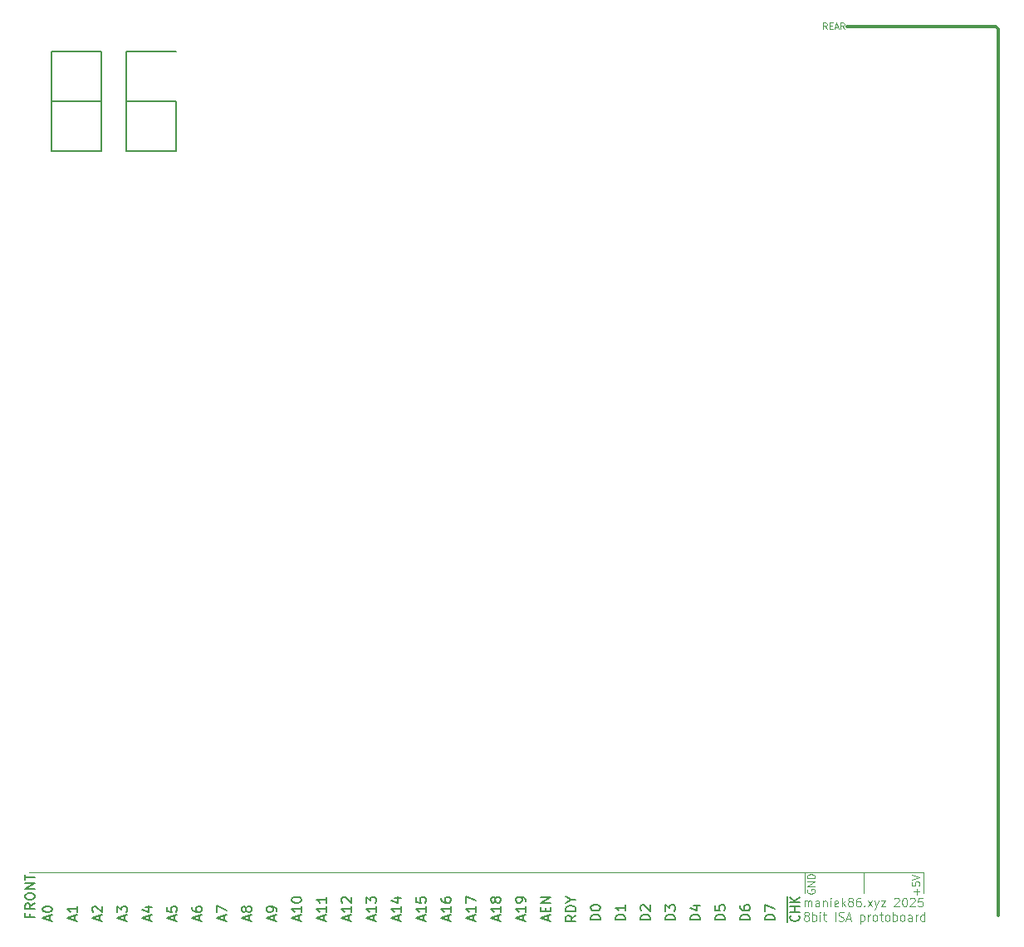
<source format=gbr>
%TF.GenerationSoftware,KiCad,Pcbnew,9.0.1+1*%
%TF.CreationDate,2025-06-01T22:03:51+02:00*%
%TF.ProjectId,isa_8bit_protoboard,6973615f-3862-4697-945f-70726f746f62,rev?*%
%TF.SameCoordinates,Original*%
%TF.FileFunction,Legend,Top*%
%TF.FilePolarity,Positive*%
%FSLAX46Y46*%
G04 Gerber Fmt 4.6, Leading zero omitted, Abs format (unit mm)*
G04 Created by KiCad (PCBNEW 9.0.1+1) date 2025-06-01 22:03:51*
%MOMM*%
%LPD*%
G01*
G04 APERTURE LIST*
%ADD10C,0.150000*%
%ADD11C,0.200000*%
%ADD12C,0.300000*%
%ADD13C,0.120000*%
%ADD14C,0.110000*%
G04 APERTURE END LIST*
D10*
X175795273Y-133585188D02*
X175842893Y-133628045D01*
X175842893Y-133628045D02*
X175890512Y-133756617D01*
X175890512Y-133756617D02*
X175890512Y-133842331D01*
X175890512Y-133842331D02*
X175842893Y-133970902D01*
X175842893Y-133970902D02*
X175747654Y-134056617D01*
X175747654Y-134056617D02*
X175652416Y-134099474D01*
X175652416Y-134099474D02*
X175461940Y-134142331D01*
X175461940Y-134142331D02*
X175319083Y-134142331D01*
X175319083Y-134142331D02*
X175128607Y-134099474D01*
X175128607Y-134099474D02*
X175033369Y-134056617D01*
X175033369Y-134056617D02*
X174938131Y-133970902D01*
X174938131Y-133970902D02*
X174890512Y-133842331D01*
X174890512Y-133842331D02*
X174890512Y-133756617D01*
X174890512Y-133756617D02*
X174938131Y-133628045D01*
X174938131Y-133628045D02*
X174985750Y-133585188D01*
X175890512Y-133199474D02*
X174890512Y-133199474D01*
X175366702Y-133199474D02*
X175366702Y-132685188D01*
X175890512Y-132685188D02*
X174890512Y-132685188D01*
X175890512Y-132256617D02*
X174890512Y-132256617D01*
X175890512Y-131742331D02*
X175319083Y-132128045D01*
X174890512Y-131742331D02*
X175461940Y-132256617D01*
X174612893Y-134223760D02*
X174612893Y-131660903D01*
D11*
X112268000Y-55626000D02*
X112268000Y-50546000D01*
X107188000Y-55626000D02*
X107188000Y-45466000D01*
X112268000Y-50546000D02*
X107188000Y-50546000D01*
X99568000Y-45466000D02*
X99568000Y-55626000D01*
X107188000Y-45466000D02*
X112268000Y-45466000D01*
X99568000Y-55626000D02*
X104648000Y-55626000D01*
X104648000Y-55626000D02*
X104648000Y-45466000D01*
X99568000Y-50546000D02*
X104648000Y-50546000D01*
X104648000Y-45466000D02*
X99568000Y-45466000D01*
X107188000Y-55626000D02*
X112268000Y-55626000D01*
D12*
X180721000Y-42926000D02*
X195834000Y-42926000D01*
D13*
X182372000Y-131318000D02*
X182372000Y-129794000D01*
X176403000Y-129159000D02*
X176403000Y-129921000D01*
D12*
X195834000Y-42926000D02*
X196088000Y-43180000D01*
D13*
X188468000Y-129794000D02*
X188468000Y-129159000D01*
X176403000Y-131318000D02*
X176403000Y-129794000D01*
X188468000Y-129159000D02*
X176276000Y-129159000D01*
D12*
X196088000Y-133604000D02*
X196088000Y-43180000D01*
D13*
X188468000Y-131318000D02*
X188468000Y-129794000D01*
X176276000Y-129159000D02*
X97282000Y-129159000D01*
X182372000Y-129794000D02*
X182372000Y-129159000D01*
D10*
X173351819Y-134029220D02*
X172351819Y-134029220D01*
X172351819Y-134029220D02*
X172351819Y-133791125D01*
X172351819Y-133791125D02*
X172399438Y-133648268D01*
X172399438Y-133648268D02*
X172494676Y-133553030D01*
X172494676Y-133553030D02*
X172589914Y-133505411D01*
X172589914Y-133505411D02*
X172780390Y-133457792D01*
X172780390Y-133457792D02*
X172923247Y-133457792D01*
X172923247Y-133457792D02*
X173113723Y-133505411D01*
X173113723Y-133505411D02*
X173208961Y-133553030D01*
X173208961Y-133553030D02*
X173304200Y-133648268D01*
X173304200Y-133648268D02*
X173351819Y-133791125D01*
X173351819Y-133791125D02*
X173351819Y-134029220D01*
X172351819Y-133124458D02*
X172351819Y-132457792D01*
X172351819Y-132457792D02*
X173351819Y-132886363D01*
D14*
X176680470Y-130928203D02*
X176642375Y-130999632D01*
X176642375Y-130999632D02*
X176642375Y-131106774D01*
X176642375Y-131106774D02*
X176680470Y-131213917D01*
X176680470Y-131213917D02*
X176756660Y-131285346D01*
X176756660Y-131285346D02*
X176832851Y-131321060D01*
X176832851Y-131321060D02*
X176985232Y-131356774D01*
X176985232Y-131356774D02*
X177099518Y-131356774D01*
X177099518Y-131356774D02*
X177251899Y-131321060D01*
X177251899Y-131321060D02*
X177328089Y-131285346D01*
X177328089Y-131285346D02*
X177404280Y-131213917D01*
X177404280Y-131213917D02*
X177442375Y-131106774D01*
X177442375Y-131106774D02*
X177442375Y-131035346D01*
X177442375Y-131035346D02*
X177404280Y-130928203D01*
X177404280Y-130928203D02*
X177366184Y-130892489D01*
X177366184Y-130892489D02*
X177099518Y-130892489D01*
X177099518Y-130892489D02*
X177099518Y-131035346D01*
X177442375Y-130571060D02*
X176642375Y-130571060D01*
X176642375Y-130571060D02*
X177442375Y-130142489D01*
X177442375Y-130142489D02*
X176642375Y-130142489D01*
X177442375Y-129785346D02*
X176642375Y-129785346D01*
X176642375Y-129785346D02*
X176642375Y-129606775D01*
X176642375Y-129606775D02*
X176680470Y-129499632D01*
X176680470Y-129499632D02*
X176756660Y-129428203D01*
X176756660Y-129428203D02*
X176832851Y-129392489D01*
X176832851Y-129392489D02*
X176985232Y-129356775D01*
X176985232Y-129356775D02*
X177099518Y-129356775D01*
X177099518Y-129356775D02*
X177251899Y-129392489D01*
X177251899Y-129392489D02*
X177328089Y-129428203D01*
X177328089Y-129428203D02*
X177404280Y-129499632D01*
X177404280Y-129499632D02*
X177442375Y-129606775D01*
X177442375Y-129606775D02*
X177442375Y-129785346D01*
D13*
X176373887Y-132682973D02*
X176373887Y-132082973D01*
X176373887Y-132168687D02*
X176414364Y-132125830D01*
X176414364Y-132125830D02*
X176495316Y-132082973D01*
X176495316Y-132082973D02*
X176616745Y-132082973D01*
X176616745Y-132082973D02*
X176697697Y-132125830D01*
X176697697Y-132125830D02*
X176738173Y-132211544D01*
X176738173Y-132211544D02*
X176738173Y-132682973D01*
X176738173Y-132211544D02*
X176778649Y-132125830D01*
X176778649Y-132125830D02*
X176859602Y-132082973D01*
X176859602Y-132082973D02*
X176981030Y-132082973D01*
X176981030Y-132082973D02*
X177061983Y-132125830D01*
X177061983Y-132125830D02*
X177102459Y-132211544D01*
X177102459Y-132211544D02*
X177102459Y-132682973D01*
X177871506Y-132682973D02*
X177871506Y-132211544D01*
X177871506Y-132211544D02*
X177831030Y-132125830D01*
X177831030Y-132125830D02*
X177750078Y-132082973D01*
X177750078Y-132082973D02*
X177588173Y-132082973D01*
X177588173Y-132082973D02*
X177507220Y-132125830D01*
X177871506Y-132640116D02*
X177790554Y-132682973D01*
X177790554Y-132682973D02*
X177588173Y-132682973D01*
X177588173Y-132682973D02*
X177507220Y-132640116D01*
X177507220Y-132640116D02*
X177466744Y-132554401D01*
X177466744Y-132554401D02*
X177466744Y-132468687D01*
X177466744Y-132468687D02*
X177507220Y-132382973D01*
X177507220Y-132382973D02*
X177588173Y-132340116D01*
X177588173Y-132340116D02*
X177790554Y-132340116D01*
X177790554Y-132340116D02*
X177871506Y-132297258D01*
X178276268Y-132082973D02*
X178276268Y-132682973D01*
X178276268Y-132168687D02*
X178316745Y-132125830D01*
X178316745Y-132125830D02*
X178397697Y-132082973D01*
X178397697Y-132082973D02*
X178519126Y-132082973D01*
X178519126Y-132082973D02*
X178600078Y-132125830D01*
X178600078Y-132125830D02*
X178640554Y-132211544D01*
X178640554Y-132211544D02*
X178640554Y-132682973D01*
X179045316Y-132682973D02*
X179045316Y-132082973D01*
X179045316Y-131782973D02*
X179004840Y-131825830D01*
X179004840Y-131825830D02*
X179045316Y-131868687D01*
X179045316Y-131868687D02*
X179085793Y-131825830D01*
X179085793Y-131825830D02*
X179045316Y-131782973D01*
X179045316Y-131782973D02*
X179045316Y-131868687D01*
X179773888Y-132640116D02*
X179692936Y-132682973D01*
X179692936Y-132682973D02*
X179531031Y-132682973D01*
X179531031Y-132682973D02*
X179450078Y-132640116D01*
X179450078Y-132640116D02*
X179409602Y-132554401D01*
X179409602Y-132554401D02*
X179409602Y-132211544D01*
X179409602Y-132211544D02*
X179450078Y-132125830D01*
X179450078Y-132125830D02*
X179531031Y-132082973D01*
X179531031Y-132082973D02*
X179692936Y-132082973D01*
X179692936Y-132082973D02*
X179773888Y-132125830D01*
X179773888Y-132125830D02*
X179814364Y-132211544D01*
X179814364Y-132211544D02*
X179814364Y-132297258D01*
X179814364Y-132297258D02*
X179409602Y-132382973D01*
X180178649Y-132682973D02*
X180178649Y-131782973D01*
X180259602Y-132340116D02*
X180502459Y-132682973D01*
X180502459Y-132082973D02*
X180178649Y-132425830D01*
X180988173Y-132168687D02*
X180907221Y-132125830D01*
X180907221Y-132125830D02*
X180866744Y-132082973D01*
X180866744Y-132082973D02*
X180826268Y-131997258D01*
X180826268Y-131997258D02*
X180826268Y-131954401D01*
X180826268Y-131954401D02*
X180866744Y-131868687D01*
X180866744Y-131868687D02*
X180907221Y-131825830D01*
X180907221Y-131825830D02*
X180988173Y-131782973D01*
X180988173Y-131782973D02*
X181150078Y-131782973D01*
X181150078Y-131782973D02*
X181231030Y-131825830D01*
X181231030Y-131825830D02*
X181271506Y-131868687D01*
X181271506Y-131868687D02*
X181311983Y-131954401D01*
X181311983Y-131954401D02*
X181311983Y-131997258D01*
X181311983Y-131997258D02*
X181271506Y-132082973D01*
X181271506Y-132082973D02*
X181231030Y-132125830D01*
X181231030Y-132125830D02*
X181150078Y-132168687D01*
X181150078Y-132168687D02*
X180988173Y-132168687D01*
X180988173Y-132168687D02*
X180907221Y-132211544D01*
X180907221Y-132211544D02*
X180866744Y-132254401D01*
X180866744Y-132254401D02*
X180826268Y-132340116D01*
X180826268Y-132340116D02*
X180826268Y-132511544D01*
X180826268Y-132511544D02*
X180866744Y-132597258D01*
X180866744Y-132597258D02*
X180907221Y-132640116D01*
X180907221Y-132640116D02*
X180988173Y-132682973D01*
X180988173Y-132682973D02*
X181150078Y-132682973D01*
X181150078Y-132682973D02*
X181231030Y-132640116D01*
X181231030Y-132640116D02*
X181271506Y-132597258D01*
X181271506Y-132597258D02*
X181311983Y-132511544D01*
X181311983Y-132511544D02*
X181311983Y-132340116D01*
X181311983Y-132340116D02*
X181271506Y-132254401D01*
X181271506Y-132254401D02*
X181231030Y-132211544D01*
X181231030Y-132211544D02*
X181150078Y-132168687D01*
X182040554Y-131782973D02*
X181878649Y-131782973D01*
X181878649Y-131782973D02*
X181797697Y-131825830D01*
X181797697Y-131825830D02*
X181757221Y-131868687D01*
X181757221Y-131868687D02*
X181676268Y-131997258D01*
X181676268Y-131997258D02*
X181635792Y-132168687D01*
X181635792Y-132168687D02*
X181635792Y-132511544D01*
X181635792Y-132511544D02*
X181676268Y-132597258D01*
X181676268Y-132597258D02*
X181716745Y-132640116D01*
X181716745Y-132640116D02*
X181797697Y-132682973D01*
X181797697Y-132682973D02*
X181959602Y-132682973D01*
X181959602Y-132682973D02*
X182040554Y-132640116D01*
X182040554Y-132640116D02*
X182081030Y-132597258D01*
X182081030Y-132597258D02*
X182121507Y-132511544D01*
X182121507Y-132511544D02*
X182121507Y-132297258D01*
X182121507Y-132297258D02*
X182081030Y-132211544D01*
X182081030Y-132211544D02*
X182040554Y-132168687D01*
X182040554Y-132168687D02*
X181959602Y-132125830D01*
X181959602Y-132125830D02*
X181797697Y-132125830D01*
X181797697Y-132125830D02*
X181716745Y-132168687D01*
X181716745Y-132168687D02*
X181676268Y-132211544D01*
X181676268Y-132211544D02*
X181635792Y-132297258D01*
X182485792Y-132597258D02*
X182526269Y-132640116D01*
X182526269Y-132640116D02*
X182485792Y-132682973D01*
X182485792Y-132682973D02*
X182445316Y-132640116D01*
X182445316Y-132640116D02*
X182485792Y-132597258D01*
X182485792Y-132597258D02*
X182485792Y-132682973D01*
X182809602Y-132682973D02*
X183254840Y-132082973D01*
X182809602Y-132082973D02*
X183254840Y-132682973D01*
X183497697Y-132082973D02*
X183700078Y-132682973D01*
X183902459Y-132082973D02*
X183700078Y-132682973D01*
X183700078Y-132682973D02*
X183619126Y-132897258D01*
X183619126Y-132897258D02*
X183578649Y-132940116D01*
X183578649Y-132940116D02*
X183497697Y-132982973D01*
X184145316Y-132082973D02*
X184590554Y-132082973D01*
X184590554Y-132082973D02*
X184145316Y-132682973D01*
X184145316Y-132682973D02*
X184590554Y-132682973D01*
X185521506Y-131868687D02*
X185561982Y-131825830D01*
X185561982Y-131825830D02*
X185642935Y-131782973D01*
X185642935Y-131782973D02*
X185845316Y-131782973D01*
X185845316Y-131782973D02*
X185926268Y-131825830D01*
X185926268Y-131825830D02*
X185966744Y-131868687D01*
X185966744Y-131868687D02*
X186007221Y-131954401D01*
X186007221Y-131954401D02*
X186007221Y-132040116D01*
X186007221Y-132040116D02*
X185966744Y-132168687D01*
X185966744Y-132168687D02*
X185481030Y-132682973D01*
X185481030Y-132682973D02*
X186007221Y-132682973D01*
X186533411Y-131782973D02*
X186614364Y-131782973D01*
X186614364Y-131782973D02*
X186695316Y-131825830D01*
X186695316Y-131825830D02*
X186735792Y-131868687D01*
X186735792Y-131868687D02*
X186776268Y-131954401D01*
X186776268Y-131954401D02*
X186816745Y-132125830D01*
X186816745Y-132125830D02*
X186816745Y-132340116D01*
X186816745Y-132340116D02*
X186776268Y-132511544D01*
X186776268Y-132511544D02*
X186735792Y-132597258D01*
X186735792Y-132597258D02*
X186695316Y-132640116D01*
X186695316Y-132640116D02*
X186614364Y-132682973D01*
X186614364Y-132682973D02*
X186533411Y-132682973D01*
X186533411Y-132682973D02*
X186452459Y-132640116D01*
X186452459Y-132640116D02*
X186411983Y-132597258D01*
X186411983Y-132597258D02*
X186371506Y-132511544D01*
X186371506Y-132511544D02*
X186331030Y-132340116D01*
X186331030Y-132340116D02*
X186331030Y-132125830D01*
X186331030Y-132125830D02*
X186371506Y-131954401D01*
X186371506Y-131954401D02*
X186411983Y-131868687D01*
X186411983Y-131868687D02*
X186452459Y-131825830D01*
X186452459Y-131825830D02*
X186533411Y-131782973D01*
X187140554Y-131868687D02*
X187181030Y-131825830D01*
X187181030Y-131825830D02*
X187261983Y-131782973D01*
X187261983Y-131782973D02*
X187464364Y-131782973D01*
X187464364Y-131782973D02*
X187545316Y-131825830D01*
X187545316Y-131825830D02*
X187585792Y-131868687D01*
X187585792Y-131868687D02*
X187626269Y-131954401D01*
X187626269Y-131954401D02*
X187626269Y-132040116D01*
X187626269Y-132040116D02*
X187585792Y-132168687D01*
X187585792Y-132168687D02*
X187100078Y-132682973D01*
X187100078Y-132682973D02*
X187626269Y-132682973D01*
X188395316Y-131782973D02*
X187990554Y-131782973D01*
X187990554Y-131782973D02*
X187950078Y-132211544D01*
X187950078Y-132211544D02*
X187990554Y-132168687D01*
X187990554Y-132168687D02*
X188071507Y-132125830D01*
X188071507Y-132125830D02*
X188273888Y-132125830D01*
X188273888Y-132125830D02*
X188354840Y-132168687D01*
X188354840Y-132168687D02*
X188395316Y-132211544D01*
X188395316Y-132211544D02*
X188435793Y-132297258D01*
X188435793Y-132297258D02*
X188435793Y-132511544D01*
X188435793Y-132511544D02*
X188395316Y-132597258D01*
X188395316Y-132597258D02*
X188354840Y-132640116D01*
X188354840Y-132640116D02*
X188273888Y-132682973D01*
X188273888Y-132682973D02*
X188071507Y-132682973D01*
X188071507Y-132682973D02*
X187990554Y-132640116D01*
X187990554Y-132640116D02*
X187950078Y-132597258D01*
X176495316Y-133617637D02*
X176414364Y-133574780D01*
X176414364Y-133574780D02*
X176373887Y-133531923D01*
X176373887Y-133531923D02*
X176333411Y-133446208D01*
X176333411Y-133446208D02*
X176333411Y-133403351D01*
X176333411Y-133403351D02*
X176373887Y-133317637D01*
X176373887Y-133317637D02*
X176414364Y-133274780D01*
X176414364Y-133274780D02*
X176495316Y-133231923D01*
X176495316Y-133231923D02*
X176657221Y-133231923D01*
X176657221Y-133231923D02*
X176738173Y-133274780D01*
X176738173Y-133274780D02*
X176778649Y-133317637D01*
X176778649Y-133317637D02*
X176819126Y-133403351D01*
X176819126Y-133403351D02*
X176819126Y-133446208D01*
X176819126Y-133446208D02*
X176778649Y-133531923D01*
X176778649Y-133531923D02*
X176738173Y-133574780D01*
X176738173Y-133574780D02*
X176657221Y-133617637D01*
X176657221Y-133617637D02*
X176495316Y-133617637D01*
X176495316Y-133617637D02*
X176414364Y-133660494D01*
X176414364Y-133660494D02*
X176373887Y-133703351D01*
X176373887Y-133703351D02*
X176333411Y-133789066D01*
X176333411Y-133789066D02*
X176333411Y-133960494D01*
X176333411Y-133960494D02*
X176373887Y-134046208D01*
X176373887Y-134046208D02*
X176414364Y-134089066D01*
X176414364Y-134089066D02*
X176495316Y-134131923D01*
X176495316Y-134131923D02*
X176657221Y-134131923D01*
X176657221Y-134131923D02*
X176738173Y-134089066D01*
X176738173Y-134089066D02*
X176778649Y-134046208D01*
X176778649Y-134046208D02*
X176819126Y-133960494D01*
X176819126Y-133960494D02*
X176819126Y-133789066D01*
X176819126Y-133789066D02*
X176778649Y-133703351D01*
X176778649Y-133703351D02*
X176738173Y-133660494D01*
X176738173Y-133660494D02*
X176657221Y-133617637D01*
X177183411Y-134131923D02*
X177183411Y-133231923D01*
X177183411Y-133574780D02*
X177264364Y-133531923D01*
X177264364Y-133531923D02*
X177426269Y-133531923D01*
X177426269Y-133531923D02*
X177507221Y-133574780D01*
X177507221Y-133574780D02*
X177547697Y-133617637D01*
X177547697Y-133617637D02*
X177588173Y-133703351D01*
X177588173Y-133703351D02*
X177588173Y-133960494D01*
X177588173Y-133960494D02*
X177547697Y-134046208D01*
X177547697Y-134046208D02*
X177507221Y-134089066D01*
X177507221Y-134089066D02*
X177426269Y-134131923D01*
X177426269Y-134131923D02*
X177264364Y-134131923D01*
X177264364Y-134131923D02*
X177183411Y-134089066D01*
X177952459Y-134131923D02*
X177952459Y-133531923D01*
X177952459Y-133231923D02*
X177911983Y-133274780D01*
X177911983Y-133274780D02*
X177952459Y-133317637D01*
X177952459Y-133317637D02*
X177992936Y-133274780D01*
X177992936Y-133274780D02*
X177952459Y-133231923D01*
X177952459Y-133231923D02*
X177952459Y-133317637D01*
X178235793Y-133531923D02*
X178559602Y-133531923D01*
X178357221Y-133231923D02*
X178357221Y-134003351D01*
X178357221Y-134003351D02*
X178397698Y-134089066D01*
X178397698Y-134089066D02*
X178478650Y-134131923D01*
X178478650Y-134131923D02*
X178559602Y-134131923D01*
X179490554Y-134131923D02*
X179490554Y-133231923D01*
X179854840Y-134089066D02*
X179976269Y-134131923D01*
X179976269Y-134131923D02*
X180178650Y-134131923D01*
X180178650Y-134131923D02*
X180259602Y-134089066D01*
X180259602Y-134089066D02*
X180300078Y-134046208D01*
X180300078Y-134046208D02*
X180340555Y-133960494D01*
X180340555Y-133960494D02*
X180340555Y-133874780D01*
X180340555Y-133874780D02*
X180300078Y-133789066D01*
X180300078Y-133789066D02*
X180259602Y-133746208D01*
X180259602Y-133746208D02*
X180178650Y-133703351D01*
X180178650Y-133703351D02*
X180016745Y-133660494D01*
X180016745Y-133660494D02*
X179935793Y-133617637D01*
X179935793Y-133617637D02*
X179895316Y-133574780D01*
X179895316Y-133574780D02*
X179854840Y-133489066D01*
X179854840Y-133489066D02*
X179854840Y-133403351D01*
X179854840Y-133403351D02*
X179895316Y-133317637D01*
X179895316Y-133317637D02*
X179935793Y-133274780D01*
X179935793Y-133274780D02*
X180016745Y-133231923D01*
X180016745Y-133231923D02*
X180219126Y-133231923D01*
X180219126Y-133231923D02*
X180340555Y-133274780D01*
X180664364Y-133874780D02*
X181069126Y-133874780D01*
X180583412Y-134131923D02*
X180866745Y-133231923D01*
X180866745Y-133231923D02*
X181150079Y-134131923D01*
X182081030Y-133531923D02*
X182081030Y-134431923D01*
X182081030Y-133574780D02*
X182161983Y-133531923D01*
X182161983Y-133531923D02*
X182323888Y-133531923D01*
X182323888Y-133531923D02*
X182404840Y-133574780D01*
X182404840Y-133574780D02*
X182445316Y-133617637D01*
X182445316Y-133617637D02*
X182485792Y-133703351D01*
X182485792Y-133703351D02*
X182485792Y-133960494D01*
X182485792Y-133960494D02*
X182445316Y-134046208D01*
X182445316Y-134046208D02*
X182404840Y-134089066D01*
X182404840Y-134089066D02*
X182323888Y-134131923D01*
X182323888Y-134131923D02*
X182161983Y-134131923D01*
X182161983Y-134131923D02*
X182081030Y-134089066D01*
X182850078Y-134131923D02*
X182850078Y-133531923D01*
X182850078Y-133703351D02*
X182890555Y-133617637D01*
X182890555Y-133617637D02*
X182931031Y-133574780D01*
X182931031Y-133574780D02*
X183011983Y-133531923D01*
X183011983Y-133531923D02*
X183092936Y-133531923D01*
X183497697Y-134131923D02*
X183416745Y-134089066D01*
X183416745Y-134089066D02*
X183376268Y-134046208D01*
X183376268Y-134046208D02*
X183335792Y-133960494D01*
X183335792Y-133960494D02*
X183335792Y-133703351D01*
X183335792Y-133703351D02*
X183376268Y-133617637D01*
X183376268Y-133617637D02*
X183416745Y-133574780D01*
X183416745Y-133574780D02*
X183497697Y-133531923D01*
X183497697Y-133531923D02*
X183619126Y-133531923D01*
X183619126Y-133531923D02*
X183700078Y-133574780D01*
X183700078Y-133574780D02*
X183740554Y-133617637D01*
X183740554Y-133617637D02*
X183781030Y-133703351D01*
X183781030Y-133703351D02*
X183781030Y-133960494D01*
X183781030Y-133960494D02*
X183740554Y-134046208D01*
X183740554Y-134046208D02*
X183700078Y-134089066D01*
X183700078Y-134089066D02*
X183619126Y-134131923D01*
X183619126Y-134131923D02*
X183497697Y-134131923D01*
X184023888Y-133531923D02*
X184347697Y-133531923D01*
X184145316Y-133231923D02*
X184145316Y-134003351D01*
X184145316Y-134003351D02*
X184185793Y-134089066D01*
X184185793Y-134089066D02*
X184266745Y-134131923D01*
X184266745Y-134131923D02*
X184347697Y-134131923D01*
X184752459Y-134131923D02*
X184671507Y-134089066D01*
X184671507Y-134089066D02*
X184631030Y-134046208D01*
X184631030Y-134046208D02*
X184590554Y-133960494D01*
X184590554Y-133960494D02*
X184590554Y-133703351D01*
X184590554Y-133703351D02*
X184631030Y-133617637D01*
X184631030Y-133617637D02*
X184671507Y-133574780D01*
X184671507Y-133574780D02*
X184752459Y-133531923D01*
X184752459Y-133531923D02*
X184873888Y-133531923D01*
X184873888Y-133531923D02*
X184954840Y-133574780D01*
X184954840Y-133574780D02*
X184995316Y-133617637D01*
X184995316Y-133617637D02*
X185035792Y-133703351D01*
X185035792Y-133703351D02*
X185035792Y-133960494D01*
X185035792Y-133960494D02*
X184995316Y-134046208D01*
X184995316Y-134046208D02*
X184954840Y-134089066D01*
X184954840Y-134089066D02*
X184873888Y-134131923D01*
X184873888Y-134131923D02*
X184752459Y-134131923D01*
X185400078Y-134131923D02*
X185400078Y-133231923D01*
X185400078Y-133574780D02*
X185481031Y-133531923D01*
X185481031Y-133531923D02*
X185642936Y-133531923D01*
X185642936Y-133531923D02*
X185723888Y-133574780D01*
X185723888Y-133574780D02*
X185764364Y-133617637D01*
X185764364Y-133617637D02*
X185804840Y-133703351D01*
X185804840Y-133703351D02*
X185804840Y-133960494D01*
X185804840Y-133960494D02*
X185764364Y-134046208D01*
X185764364Y-134046208D02*
X185723888Y-134089066D01*
X185723888Y-134089066D02*
X185642936Y-134131923D01*
X185642936Y-134131923D02*
X185481031Y-134131923D01*
X185481031Y-134131923D02*
X185400078Y-134089066D01*
X186290555Y-134131923D02*
X186209603Y-134089066D01*
X186209603Y-134089066D02*
X186169126Y-134046208D01*
X186169126Y-134046208D02*
X186128650Y-133960494D01*
X186128650Y-133960494D02*
X186128650Y-133703351D01*
X186128650Y-133703351D02*
X186169126Y-133617637D01*
X186169126Y-133617637D02*
X186209603Y-133574780D01*
X186209603Y-133574780D02*
X186290555Y-133531923D01*
X186290555Y-133531923D02*
X186411984Y-133531923D01*
X186411984Y-133531923D02*
X186492936Y-133574780D01*
X186492936Y-133574780D02*
X186533412Y-133617637D01*
X186533412Y-133617637D02*
X186573888Y-133703351D01*
X186573888Y-133703351D02*
X186573888Y-133960494D01*
X186573888Y-133960494D02*
X186533412Y-134046208D01*
X186533412Y-134046208D02*
X186492936Y-134089066D01*
X186492936Y-134089066D02*
X186411984Y-134131923D01*
X186411984Y-134131923D02*
X186290555Y-134131923D01*
X187302460Y-134131923D02*
X187302460Y-133660494D01*
X187302460Y-133660494D02*
X187261984Y-133574780D01*
X187261984Y-133574780D02*
X187181032Y-133531923D01*
X187181032Y-133531923D02*
X187019127Y-133531923D01*
X187019127Y-133531923D02*
X186938174Y-133574780D01*
X187302460Y-134089066D02*
X187221508Y-134131923D01*
X187221508Y-134131923D02*
X187019127Y-134131923D01*
X187019127Y-134131923D02*
X186938174Y-134089066D01*
X186938174Y-134089066D02*
X186897698Y-134003351D01*
X186897698Y-134003351D02*
X186897698Y-133917637D01*
X186897698Y-133917637D02*
X186938174Y-133831923D01*
X186938174Y-133831923D02*
X187019127Y-133789066D01*
X187019127Y-133789066D02*
X187221508Y-133789066D01*
X187221508Y-133789066D02*
X187302460Y-133746208D01*
X187707222Y-134131923D02*
X187707222Y-133531923D01*
X187707222Y-133703351D02*
X187747699Y-133617637D01*
X187747699Y-133617637D02*
X187788175Y-133574780D01*
X187788175Y-133574780D02*
X187869127Y-133531923D01*
X187869127Y-133531923D02*
X187950080Y-133531923D01*
X188597698Y-134131923D02*
X188597698Y-133231923D01*
X188597698Y-134089066D02*
X188516746Y-134131923D01*
X188516746Y-134131923D02*
X188354841Y-134131923D01*
X188354841Y-134131923D02*
X188273889Y-134089066D01*
X188273889Y-134089066D02*
X188233412Y-134046208D01*
X188233412Y-134046208D02*
X188192936Y-133960494D01*
X188192936Y-133960494D02*
X188192936Y-133703351D01*
X188192936Y-133703351D02*
X188233412Y-133617637D01*
X188233412Y-133617637D02*
X188273889Y-133574780D01*
X188273889Y-133574780D02*
X188354841Y-133531923D01*
X188354841Y-133531923D02*
X188516746Y-133531923D01*
X188516746Y-133531923D02*
X188597698Y-133574780D01*
D14*
X178652558Y-43152590D02*
X178435891Y-42843066D01*
X178281129Y-43152590D02*
X178281129Y-42502590D01*
X178281129Y-42502590D02*
X178528748Y-42502590D01*
X178528748Y-42502590D02*
X178590653Y-42533542D01*
X178590653Y-42533542D02*
X178621606Y-42564495D01*
X178621606Y-42564495D02*
X178652558Y-42626399D01*
X178652558Y-42626399D02*
X178652558Y-42719257D01*
X178652558Y-42719257D02*
X178621606Y-42781161D01*
X178621606Y-42781161D02*
X178590653Y-42812114D01*
X178590653Y-42812114D02*
X178528748Y-42843066D01*
X178528748Y-42843066D02*
X178281129Y-42843066D01*
X178931129Y-42812114D02*
X179147796Y-42812114D01*
X179240653Y-43152590D02*
X178931129Y-43152590D01*
X178931129Y-43152590D02*
X178931129Y-42502590D01*
X178931129Y-42502590D02*
X179240653Y-42502590D01*
X179488272Y-42966876D02*
X179797796Y-42966876D01*
X179426367Y-43152590D02*
X179643034Y-42502590D01*
X179643034Y-42502590D02*
X179859701Y-43152590D01*
X180447796Y-43152590D02*
X180231129Y-42843066D01*
X180076367Y-43152590D02*
X180076367Y-42502590D01*
X180076367Y-42502590D02*
X180323986Y-42502590D01*
X180323986Y-42502590D02*
X180385891Y-42533542D01*
X180385891Y-42533542D02*
X180416844Y-42564495D01*
X180416844Y-42564495D02*
X180447796Y-42626399D01*
X180447796Y-42626399D02*
X180447796Y-42719257D01*
X180447796Y-42719257D02*
X180416844Y-42781161D01*
X180416844Y-42781161D02*
X180385891Y-42812114D01*
X180385891Y-42812114D02*
X180323986Y-42843066D01*
X180323986Y-42843066D02*
X180076367Y-42843066D01*
D10*
X170811819Y-134029220D02*
X169811819Y-134029220D01*
X169811819Y-134029220D02*
X169811819Y-133791125D01*
X169811819Y-133791125D02*
X169859438Y-133648268D01*
X169859438Y-133648268D02*
X169954676Y-133553030D01*
X169954676Y-133553030D02*
X170049914Y-133505411D01*
X170049914Y-133505411D02*
X170240390Y-133457792D01*
X170240390Y-133457792D02*
X170383247Y-133457792D01*
X170383247Y-133457792D02*
X170573723Y-133505411D01*
X170573723Y-133505411D02*
X170668961Y-133553030D01*
X170668961Y-133553030D02*
X170764200Y-133648268D01*
X170764200Y-133648268D02*
X170811819Y-133791125D01*
X170811819Y-133791125D02*
X170811819Y-134029220D01*
X169811819Y-132600649D02*
X169811819Y-132791125D01*
X169811819Y-132791125D02*
X169859438Y-132886363D01*
X169859438Y-132886363D02*
X169907057Y-132933982D01*
X169907057Y-132933982D02*
X170049914Y-133029220D01*
X170049914Y-133029220D02*
X170240390Y-133076839D01*
X170240390Y-133076839D02*
X170621342Y-133076839D01*
X170621342Y-133076839D02*
X170716580Y-133029220D01*
X170716580Y-133029220D02*
X170764200Y-132981601D01*
X170764200Y-132981601D02*
X170811819Y-132886363D01*
X170811819Y-132886363D02*
X170811819Y-132695887D01*
X170811819Y-132695887D02*
X170764200Y-132600649D01*
X170764200Y-132600649D02*
X170716580Y-132553030D01*
X170716580Y-132553030D02*
X170621342Y-132505411D01*
X170621342Y-132505411D02*
X170383247Y-132505411D01*
X170383247Y-132505411D02*
X170288009Y-132553030D01*
X170288009Y-132553030D02*
X170240390Y-132600649D01*
X170240390Y-132600649D02*
X170192771Y-132695887D01*
X170192771Y-132695887D02*
X170192771Y-132886363D01*
X170192771Y-132886363D02*
X170240390Y-132981601D01*
X170240390Y-132981601D02*
X170288009Y-133029220D01*
X170288009Y-133029220D02*
X170383247Y-133076839D01*
X119726104Y-134076839D02*
X119726104Y-133600649D01*
X120011819Y-134172077D02*
X119011819Y-133838744D01*
X119011819Y-133838744D02*
X120011819Y-133505411D01*
X119440390Y-133029220D02*
X119392771Y-133124458D01*
X119392771Y-133124458D02*
X119345152Y-133172077D01*
X119345152Y-133172077D02*
X119249914Y-133219696D01*
X119249914Y-133219696D02*
X119202295Y-133219696D01*
X119202295Y-133219696D02*
X119107057Y-133172077D01*
X119107057Y-133172077D02*
X119059438Y-133124458D01*
X119059438Y-133124458D02*
X119011819Y-133029220D01*
X119011819Y-133029220D02*
X119011819Y-132838744D01*
X119011819Y-132838744D02*
X119059438Y-132743506D01*
X119059438Y-132743506D02*
X119107057Y-132695887D01*
X119107057Y-132695887D02*
X119202295Y-132648268D01*
X119202295Y-132648268D02*
X119249914Y-132648268D01*
X119249914Y-132648268D02*
X119345152Y-132695887D01*
X119345152Y-132695887D02*
X119392771Y-132743506D01*
X119392771Y-132743506D02*
X119440390Y-132838744D01*
X119440390Y-132838744D02*
X119440390Y-133029220D01*
X119440390Y-133029220D02*
X119488009Y-133124458D01*
X119488009Y-133124458D02*
X119535628Y-133172077D01*
X119535628Y-133172077D02*
X119630866Y-133219696D01*
X119630866Y-133219696D02*
X119821342Y-133219696D01*
X119821342Y-133219696D02*
X119916580Y-133172077D01*
X119916580Y-133172077D02*
X119964200Y-133124458D01*
X119964200Y-133124458D02*
X120011819Y-133029220D01*
X120011819Y-133029220D02*
X120011819Y-132838744D01*
X120011819Y-132838744D02*
X119964200Y-132743506D01*
X119964200Y-132743506D02*
X119916580Y-132695887D01*
X119916580Y-132695887D02*
X119821342Y-132648268D01*
X119821342Y-132648268D02*
X119630866Y-132648268D01*
X119630866Y-132648268D02*
X119535628Y-132695887D01*
X119535628Y-132695887D02*
X119488009Y-132743506D01*
X119488009Y-132743506D02*
X119440390Y-132838744D01*
X142586104Y-134076839D02*
X142586104Y-133600649D01*
X142871819Y-134172077D02*
X141871819Y-133838744D01*
X141871819Y-133838744D02*
X142871819Y-133505411D01*
X142871819Y-132648268D02*
X142871819Y-133219696D01*
X142871819Y-132933982D02*
X141871819Y-132933982D01*
X141871819Y-132933982D02*
X142014676Y-133029220D01*
X142014676Y-133029220D02*
X142109914Y-133124458D01*
X142109914Y-133124458D02*
X142157533Y-133219696D01*
X141871819Y-132314934D02*
X141871819Y-131648268D01*
X141871819Y-131648268D02*
X142871819Y-132076839D01*
X127346104Y-134076839D02*
X127346104Y-133600649D01*
X127631819Y-134172077D02*
X126631819Y-133838744D01*
X126631819Y-133838744D02*
X127631819Y-133505411D01*
X127631819Y-132648268D02*
X127631819Y-133219696D01*
X127631819Y-132933982D02*
X126631819Y-132933982D01*
X126631819Y-132933982D02*
X126774676Y-133029220D01*
X126774676Y-133029220D02*
X126869914Y-133124458D01*
X126869914Y-133124458D02*
X126917533Y-133219696D01*
X127631819Y-131695887D02*
X127631819Y-132267315D01*
X127631819Y-131981601D02*
X126631819Y-131981601D01*
X126631819Y-131981601D02*
X126774676Y-132076839D01*
X126774676Y-132076839D02*
X126869914Y-132172077D01*
X126869914Y-132172077D02*
X126917533Y-132267315D01*
X107026104Y-134076839D02*
X107026104Y-133600649D01*
X107311819Y-134172077D02*
X106311819Y-133838744D01*
X106311819Y-133838744D02*
X107311819Y-133505411D01*
X106311819Y-133267315D02*
X106311819Y-132648268D01*
X106311819Y-132648268D02*
X106692771Y-132981601D01*
X106692771Y-132981601D02*
X106692771Y-132838744D01*
X106692771Y-132838744D02*
X106740390Y-132743506D01*
X106740390Y-132743506D02*
X106788009Y-132695887D01*
X106788009Y-132695887D02*
X106883247Y-132648268D01*
X106883247Y-132648268D02*
X107121342Y-132648268D01*
X107121342Y-132648268D02*
X107216580Y-132695887D01*
X107216580Y-132695887D02*
X107264200Y-132743506D01*
X107264200Y-132743506D02*
X107311819Y-132838744D01*
X107311819Y-132838744D02*
X107311819Y-133124458D01*
X107311819Y-133124458D02*
X107264200Y-133219696D01*
X107264200Y-133219696D02*
X107216580Y-133267315D01*
X145126104Y-134076839D02*
X145126104Y-133600649D01*
X145411819Y-134172077D02*
X144411819Y-133838744D01*
X144411819Y-133838744D02*
X145411819Y-133505411D01*
X145411819Y-132648268D02*
X145411819Y-133219696D01*
X145411819Y-132933982D02*
X144411819Y-132933982D01*
X144411819Y-132933982D02*
X144554676Y-133029220D01*
X144554676Y-133029220D02*
X144649914Y-133124458D01*
X144649914Y-133124458D02*
X144697533Y-133219696D01*
X144840390Y-132076839D02*
X144792771Y-132172077D01*
X144792771Y-132172077D02*
X144745152Y-132219696D01*
X144745152Y-132219696D02*
X144649914Y-132267315D01*
X144649914Y-132267315D02*
X144602295Y-132267315D01*
X144602295Y-132267315D02*
X144507057Y-132219696D01*
X144507057Y-132219696D02*
X144459438Y-132172077D01*
X144459438Y-132172077D02*
X144411819Y-132076839D01*
X144411819Y-132076839D02*
X144411819Y-131886363D01*
X144411819Y-131886363D02*
X144459438Y-131791125D01*
X144459438Y-131791125D02*
X144507057Y-131743506D01*
X144507057Y-131743506D02*
X144602295Y-131695887D01*
X144602295Y-131695887D02*
X144649914Y-131695887D01*
X144649914Y-131695887D02*
X144745152Y-131743506D01*
X144745152Y-131743506D02*
X144792771Y-131791125D01*
X144792771Y-131791125D02*
X144840390Y-131886363D01*
X144840390Y-131886363D02*
X144840390Y-132076839D01*
X144840390Y-132076839D02*
X144888009Y-132172077D01*
X144888009Y-132172077D02*
X144935628Y-132219696D01*
X144935628Y-132219696D02*
X145030866Y-132267315D01*
X145030866Y-132267315D02*
X145221342Y-132267315D01*
X145221342Y-132267315D02*
X145316580Y-132219696D01*
X145316580Y-132219696D02*
X145364200Y-132172077D01*
X145364200Y-132172077D02*
X145411819Y-132076839D01*
X145411819Y-132076839D02*
X145411819Y-131886363D01*
X145411819Y-131886363D02*
X145364200Y-131791125D01*
X145364200Y-131791125D02*
X145316580Y-131743506D01*
X145316580Y-131743506D02*
X145221342Y-131695887D01*
X145221342Y-131695887D02*
X145030866Y-131695887D01*
X145030866Y-131695887D02*
X144935628Y-131743506D01*
X144935628Y-131743506D02*
X144888009Y-131791125D01*
X144888009Y-131791125D02*
X144840390Y-131886363D01*
X147666104Y-134076839D02*
X147666104Y-133600649D01*
X147951819Y-134172077D02*
X146951819Y-133838744D01*
X146951819Y-133838744D02*
X147951819Y-133505411D01*
X147951819Y-132648268D02*
X147951819Y-133219696D01*
X147951819Y-132933982D02*
X146951819Y-132933982D01*
X146951819Y-132933982D02*
X147094676Y-133029220D01*
X147094676Y-133029220D02*
X147189914Y-133124458D01*
X147189914Y-133124458D02*
X147237533Y-133219696D01*
X147951819Y-132172077D02*
X147951819Y-131981601D01*
X147951819Y-131981601D02*
X147904200Y-131886363D01*
X147904200Y-131886363D02*
X147856580Y-131838744D01*
X147856580Y-131838744D02*
X147713723Y-131743506D01*
X147713723Y-131743506D02*
X147523247Y-131695887D01*
X147523247Y-131695887D02*
X147142295Y-131695887D01*
X147142295Y-131695887D02*
X147047057Y-131743506D01*
X147047057Y-131743506D02*
X146999438Y-131791125D01*
X146999438Y-131791125D02*
X146951819Y-131886363D01*
X146951819Y-131886363D02*
X146951819Y-132076839D01*
X146951819Y-132076839D02*
X146999438Y-132172077D01*
X146999438Y-132172077D02*
X147047057Y-132219696D01*
X147047057Y-132219696D02*
X147142295Y-132267315D01*
X147142295Y-132267315D02*
X147380390Y-132267315D01*
X147380390Y-132267315D02*
X147475628Y-132219696D01*
X147475628Y-132219696D02*
X147523247Y-132172077D01*
X147523247Y-132172077D02*
X147570866Y-132076839D01*
X147570866Y-132076839D02*
X147570866Y-131886363D01*
X147570866Y-131886363D02*
X147523247Y-131791125D01*
X147523247Y-131791125D02*
X147475628Y-131743506D01*
X147475628Y-131743506D02*
X147380390Y-131695887D01*
X153039323Y-133579386D02*
X152563132Y-133912719D01*
X153039323Y-134150814D02*
X152039323Y-134150814D01*
X152039323Y-134150814D02*
X152039323Y-133769862D01*
X152039323Y-133769862D02*
X152086942Y-133674624D01*
X152086942Y-133674624D02*
X152134561Y-133627005D01*
X152134561Y-133627005D02*
X152229799Y-133579386D01*
X152229799Y-133579386D02*
X152372656Y-133579386D01*
X152372656Y-133579386D02*
X152467894Y-133627005D01*
X152467894Y-133627005D02*
X152515513Y-133674624D01*
X152515513Y-133674624D02*
X152563132Y-133769862D01*
X152563132Y-133769862D02*
X152563132Y-134150814D01*
X153039323Y-133150814D02*
X152039323Y-133150814D01*
X152039323Y-133150814D02*
X152039323Y-132912719D01*
X152039323Y-132912719D02*
X152086942Y-132769862D01*
X152086942Y-132769862D02*
X152182180Y-132674624D01*
X152182180Y-132674624D02*
X152277418Y-132627005D01*
X152277418Y-132627005D02*
X152467894Y-132579386D01*
X152467894Y-132579386D02*
X152610751Y-132579386D01*
X152610751Y-132579386D02*
X152801227Y-132627005D01*
X152801227Y-132627005D02*
X152896465Y-132674624D01*
X152896465Y-132674624D02*
X152991704Y-132769862D01*
X152991704Y-132769862D02*
X153039323Y-132912719D01*
X153039323Y-132912719D02*
X153039323Y-133150814D01*
X152563132Y-131960338D02*
X153039323Y-131960338D01*
X152039323Y-132293671D02*
X152563132Y-131960338D01*
X152563132Y-131960338D02*
X152039323Y-131627005D01*
X114646104Y-134076839D02*
X114646104Y-133600649D01*
X114931819Y-134172077D02*
X113931819Y-133838744D01*
X113931819Y-133838744D02*
X114931819Y-133505411D01*
X113931819Y-132743506D02*
X113931819Y-132933982D01*
X113931819Y-132933982D02*
X113979438Y-133029220D01*
X113979438Y-133029220D02*
X114027057Y-133076839D01*
X114027057Y-133076839D02*
X114169914Y-133172077D01*
X114169914Y-133172077D02*
X114360390Y-133219696D01*
X114360390Y-133219696D02*
X114741342Y-133219696D01*
X114741342Y-133219696D02*
X114836580Y-133172077D01*
X114836580Y-133172077D02*
X114884200Y-133124458D01*
X114884200Y-133124458D02*
X114931819Y-133029220D01*
X114931819Y-133029220D02*
X114931819Y-132838744D01*
X114931819Y-132838744D02*
X114884200Y-132743506D01*
X114884200Y-132743506D02*
X114836580Y-132695887D01*
X114836580Y-132695887D02*
X114741342Y-132648268D01*
X114741342Y-132648268D02*
X114503247Y-132648268D01*
X114503247Y-132648268D02*
X114408009Y-132695887D01*
X114408009Y-132695887D02*
X114360390Y-132743506D01*
X114360390Y-132743506D02*
X114312771Y-132838744D01*
X114312771Y-132838744D02*
X114312771Y-133029220D01*
X114312771Y-133029220D02*
X114360390Y-133124458D01*
X114360390Y-133124458D02*
X114408009Y-133172077D01*
X114408009Y-133172077D02*
X114503247Y-133219696D01*
X117186104Y-134076839D02*
X117186104Y-133600649D01*
X117471819Y-134172077D02*
X116471819Y-133838744D01*
X116471819Y-133838744D02*
X117471819Y-133505411D01*
X116471819Y-133267315D02*
X116471819Y-132600649D01*
X116471819Y-132600649D02*
X117471819Y-133029220D01*
X99406104Y-134076839D02*
X99406104Y-133600649D01*
X99691819Y-134172077D02*
X98691819Y-133838744D01*
X98691819Y-133838744D02*
X99691819Y-133505411D01*
X98691819Y-132981601D02*
X98691819Y-132886363D01*
X98691819Y-132886363D02*
X98739438Y-132791125D01*
X98739438Y-132791125D02*
X98787057Y-132743506D01*
X98787057Y-132743506D02*
X98882295Y-132695887D01*
X98882295Y-132695887D02*
X99072771Y-132648268D01*
X99072771Y-132648268D02*
X99310866Y-132648268D01*
X99310866Y-132648268D02*
X99501342Y-132695887D01*
X99501342Y-132695887D02*
X99596580Y-132743506D01*
X99596580Y-132743506D02*
X99644200Y-132791125D01*
X99644200Y-132791125D02*
X99691819Y-132886363D01*
X99691819Y-132886363D02*
X99691819Y-132981601D01*
X99691819Y-132981601D02*
X99644200Y-133076839D01*
X99644200Y-133076839D02*
X99596580Y-133124458D01*
X99596580Y-133124458D02*
X99501342Y-133172077D01*
X99501342Y-133172077D02*
X99310866Y-133219696D01*
X99310866Y-133219696D02*
X99072771Y-133219696D01*
X99072771Y-133219696D02*
X98882295Y-133172077D01*
X98882295Y-133172077D02*
X98787057Y-133124458D01*
X98787057Y-133124458D02*
X98739438Y-133076839D01*
X98739438Y-133076839D02*
X98691819Y-132981601D01*
X109566104Y-134076839D02*
X109566104Y-133600649D01*
X109851819Y-134172077D02*
X108851819Y-133838744D01*
X108851819Y-133838744D02*
X109851819Y-133505411D01*
X109185152Y-132743506D02*
X109851819Y-132743506D01*
X108804200Y-132981601D02*
X109518485Y-133219696D01*
X109518485Y-133219696D02*
X109518485Y-132600649D01*
X134966104Y-134076839D02*
X134966104Y-133600649D01*
X135251819Y-134172077D02*
X134251819Y-133838744D01*
X134251819Y-133838744D02*
X135251819Y-133505411D01*
X135251819Y-132648268D02*
X135251819Y-133219696D01*
X135251819Y-132933982D02*
X134251819Y-132933982D01*
X134251819Y-132933982D02*
X134394676Y-133029220D01*
X134394676Y-133029220D02*
X134489914Y-133124458D01*
X134489914Y-133124458D02*
X134537533Y-133219696D01*
X134585152Y-131791125D02*
X135251819Y-131791125D01*
X134204200Y-132029220D02*
X134918485Y-132267315D01*
X134918485Y-132267315D02*
X134918485Y-131648268D01*
D14*
X187805613Y-131448060D02*
X187805613Y-130876632D01*
X188110375Y-131162346D02*
X187500851Y-131162346D01*
X187310375Y-130162346D02*
X187310375Y-130519489D01*
X187310375Y-130519489D02*
X187691327Y-130555203D01*
X187691327Y-130555203D02*
X187653232Y-130519489D01*
X187653232Y-130519489D02*
X187615137Y-130448061D01*
X187615137Y-130448061D02*
X187615137Y-130269489D01*
X187615137Y-130269489D02*
X187653232Y-130198061D01*
X187653232Y-130198061D02*
X187691327Y-130162346D01*
X187691327Y-130162346D02*
X187767518Y-130126632D01*
X187767518Y-130126632D02*
X187957994Y-130126632D01*
X187957994Y-130126632D02*
X188034184Y-130162346D01*
X188034184Y-130162346D02*
X188072280Y-130198061D01*
X188072280Y-130198061D02*
X188110375Y-130269489D01*
X188110375Y-130269489D02*
X188110375Y-130448061D01*
X188110375Y-130448061D02*
X188072280Y-130519489D01*
X188072280Y-130519489D02*
X188034184Y-130555203D01*
X187310375Y-129912346D02*
X188110375Y-129662346D01*
X188110375Y-129662346D02*
X187310375Y-129412346D01*
D10*
X163191819Y-134029220D02*
X162191819Y-134029220D01*
X162191819Y-134029220D02*
X162191819Y-133791125D01*
X162191819Y-133791125D02*
X162239438Y-133648268D01*
X162239438Y-133648268D02*
X162334676Y-133553030D01*
X162334676Y-133553030D02*
X162429914Y-133505411D01*
X162429914Y-133505411D02*
X162620390Y-133457792D01*
X162620390Y-133457792D02*
X162763247Y-133457792D01*
X162763247Y-133457792D02*
X162953723Y-133505411D01*
X162953723Y-133505411D02*
X163048961Y-133553030D01*
X163048961Y-133553030D02*
X163144200Y-133648268D01*
X163144200Y-133648268D02*
X163191819Y-133791125D01*
X163191819Y-133791125D02*
X163191819Y-134029220D01*
X162191819Y-133124458D02*
X162191819Y-132505411D01*
X162191819Y-132505411D02*
X162572771Y-132838744D01*
X162572771Y-132838744D02*
X162572771Y-132695887D01*
X162572771Y-132695887D02*
X162620390Y-132600649D01*
X162620390Y-132600649D02*
X162668009Y-132553030D01*
X162668009Y-132553030D02*
X162763247Y-132505411D01*
X162763247Y-132505411D02*
X163001342Y-132505411D01*
X163001342Y-132505411D02*
X163096580Y-132553030D01*
X163096580Y-132553030D02*
X163144200Y-132600649D01*
X163144200Y-132600649D02*
X163191819Y-132695887D01*
X163191819Y-132695887D02*
X163191819Y-132981601D01*
X163191819Y-132981601D02*
X163144200Y-133076839D01*
X163144200Y-133076839D02*
X163096580Y-133124458D01*
X101946104Y-134076839D02*
X101946104Y-133600649D01*
X102231819Y-134172077D02*
X101231819Y-133838744D01*
X101231819Y-133838744D02*
X102231819Y-133505411D01*
X102231819Y-132648268D02*
X102231819Y-133219696D01*
X102231819Y-132933982D02*
X101231819Y-132933982D01*
X101231819Y-132933982D02*
X101374676Y-133029220D01*
X101374676Y-133029220D02*
X101469914Y-133124458D01*
X101469914Y-133124458D02*
X101517533Y-133219696D01*
X168271819Y-134029220D02*
X167271819Y-134029220D01*
X167271819Y-134029220D02*
X167271819Y-133791125D01*
X167271819Y-133791125D02*
X167319438Y-133648268D01*
X167319438Y-133648268D02*
X167414676Y-133553030D01*
X167414676Y-133553030D02*
X167509914Y-133505411D01*
X167509914Y-133505411D02*
X167700390Y-133457792D01*
X167700390Y-133457792D02*
X167843247Y-133457792D01*
X167843247Y-133457792D02*
X168033723Y-133505411D01*
X168033723Y-133505411D02*
X168128961Y-133553030D01*
X168128961Y-133553030D02*
X168224200Y-133648268D01*
X168224200Y-133648268D02*
X168271819Y-133791125D01*
X168271819Y-133791125D02*
X168271819Y-134029220D01*
X167271819Y-132553030D02*
X167271819Y-133029220D01*
X167271819Y-133029220D02*
X167748009Y-133076839D01*
X167748009Y-133076839D02*
X167700390Y-133029220D01*
X167700390Y-133029220D02*
X167652771Y-132933982D01*
X167652771Y-132933982D02*
X167652771Y-132695887D01*
X167652771Y-132695887D02*
X167700390Y-132600649D01*
X167700390Y-132600649D02*
X167748009Y-132553030D01*
X167748009Y-132553030D02*
X167843247Y-132505411D01*
X167843247Y-132505411D02*
X168081342Y-132505411D01*
X168081342Y-132505411D02*
X168176580Y-132553030D01*
X168176580Y-132553030D02*
X168224200Y-132600649D01*
X168224200Y-132600649D02*
X168271819Y-132695887D01*
X168271819Y-132695887D02*
X168271819Y-132933982D01*
X168271819Y-132933982D02*
X168224200Y-133029220D01*
X168224200Y-133029220D02*
X168176580Y-133076839D01*
X124806104Y-134076839D02*
X124806104Y-133600649D01*
X125091819Y-134172077D02*
X124091819Y-133838744D01*
X124091819Y-133838744D02*
X125091819Y-133505411D01*
X125091819Y-132648268D02*
X125091819Y-133219696D01*
X125091819Y-132933982D02*
X124091819Y-132933982D01*
X124091819Y-132933982D02*
X124234676Y-133029220D01*
X124234676Y-133029220D02*
X124329914Y-133124458D01*
X124329914Y-133124458D02*
X124377533Y-133219696D01*
X124091819Y-132029220D02*
X124091819Y-131933982D01*
X124091819Y-131933982D02*
X124139438Y-131838744D01*
X124139438Y-131838744D02*
X124187057Y-131791125D01*
X124187057Y-131791125D02*
X124282295Y-131743506D01*
X124282295Y-131743506D02*
X124472771Y-131695887D01*
X124472771Y-131695887D02*
X124710866Y-131695887D01*
X124710866Y-131695887D02*
X124901342Y-131743506D01*
X124901342Y-131743506D02*
X124996580Y-131791125D01*
X124996580Y-131791125D02*
X125044200Y-131838744D01*
X125044200Y-131838744D02*
X125091819Y-131933982D01*
X125091819Y-131933982D02*
X125091819Y-132029220D01*
X125091819Y-132029220D02*
X125044200Y-132124458D01*
X125044200Y-132124458D02*
X124996580Y-132172077D01*
X124996580Y-132172077D02*
X124901342Y-132219696D01*
X124901342Y-132219696D02*
X124710866Y-132267315D01*
X124710866Y-132267315D02*
X124472771Y-132267315D01*
X124472771Y-132267315D02*
X124282295Y-132219696D01*
X124282295Y-132219696D02*
X124187057Y-132172077D01*
X124187057Y-132172077D02*
X124139438Y-132124458D01*
X124139438Y-132124458D02*
X124091819Y-132029220D01*
X140046104Y-134076839D02*
X140046104Y-133600649D01*
X140331819Y-134172077D02*
X139331819Y-133838744D01*
X139331819Y-133838744D02*
X140331819Y-133505411D01*
X140331819Y-132648268D02*
X140331819Y-133219696D01*
X140331819Y-132933982D02*
X139331819Y-132933982D01*
X139331819Y-132933982D02*
X139474676Y-133029220D01*
X139474676Y-133029220D02*
X139569914Y-133124458D01*
X139569914Y-133124458D02*
X139617533Y-133219696D01*
X139331819Y-131791125D02*
X139331819Y-131981601D01*
X139331819Y-131981601D02*
X139379438Y-132076839D01*
X139379438Y-132076839D02*
X139427057Y-132124458D01*
X139427057Y-132124458D02*
X139569914Y-132219696D01*
X139569914Y-132219696D02*
X139760390Y-132267315D01*
X139760390Y-132267315D02*
X140141342Y-132267315D01*
X140141342Y-132267315D02*
X140236580Y-132219696D01*
X140236580Y-132219696D02*
X140284200Y-132172077D01*
X140284200Y-132172077D02*
X140331819Y-132076839D01*
X140331819Y-132076839D02*
X140331819Y-131886363D01*
X140331819Y-131886363D02*
X140284200Y-131791125D01*
X140284200Y-131791125D02*
X140236580Y-131743506D01*
X140236580Y-131743506D02*
X140141342Y-131695887D01*
X140141342Y-131695887D02*
X139903247Y-131695887D01*
X139903247Y-131695887D02*
X139808009Y-131743506D01*
X139808009Y-131743506D02*
X139760390Y-131791125D01*
X139760390Y-131791125D02*
X139712771Y-131886363D01*
X139712771Y-131886363D02*
X139712771Y-132076839D01*
X139712771Y-132076839D02*
X139760390Y-132172077D01*
X139760390Y-132172077D02*
X139808009Y-132219696D01*
X139808009Y-132219696D02*
X139903247Y-132267315D01*
X165731819Y-134029220D02*
X164731819Y-134029220D01*
X164731819Y-134029220D02*
X164731819Y-133791125D01*
X164731819Y-133791125D02*
X164779438Y-133648268D01*
X164779438Y-133648268D02*
X164874676Y-133553030D01*
X164874676Y-133553030D02*
X164969914Y-133505411D01*
X164969914Y-133505411D02*
X165160390Y-133457792D01*
X165160390Y-133457792D02*
X165303247Y-133457792D01*
X165303247Y-133457792D02*
X165493723Y-133505411D01*
X165493723Y-133505411D02*
X165588961Y-133553030D01*
X165588961Y-133553030D02*
X165684200Y-133648268D01*
X165684200Y-133648268D02*
X165731819Y-133791125D01*
X165731819Y-133791125D02*
X165731819Y-134029220D01*
X165065152Y-132600649D02*
X165731819Y-132600649D01*
X164684200Y-132838744D02*
X165398485Y-133076839D01*
X165398485Y-133076839D02*
X165398485Y-132457792D01*
X122266104Y-134076839D02*
X122266104Y-133600649D01*
X122551819Y-134172077D02*
X121551819Y-133838744D01*
X121551819Y-133838744D02*
X122551819Y-133505411D01*
X122551819Y-133124458D02*
X122551819Y-132933982D01*
X122551819Y-132933982D02*
X122504200Y-132838744D01*
X122504200Y-132838744D02*
X122456580Y-132791125D01*
X122456580Y-132791125D02*
X122313723Y-132695887D01*
X122313723Y-132695887D02*
X122123247Y-132648268D01*
X122123247Y-132648268D02*
X121742295Y-132648268D01*
X121742295Y-132648268D02*
X121647057Y-132695887D01*
X121647057Y-132695887D02*
X121599438Y-132743506D01*
X121599438Y-132743506D02*
X121551819Y-132838744D01*
X121551819Y-132838744D02*
X121551819Y-133029220D01*
X121551819Y-133029220D02*
X121599438Y-133124458D01*
X121599438Y-133124458D02*
X121647057Y-133172077D01*
X121647057Y-133172077D02*
X121742295Y-133219696D01*
X121742295Y-133219696D02*
X121980390Y-133219696D01*
X121980390Y-133219696D02*
X122075628Y-133172077D01*
X122075628Y-133172077D02*
X122123247Y-133124458D01*
X122123247Y-133124458D02*
X122170866Y-133029220D01*
X122170866Y-133029220D02*
X122170866Y-132838744D01*
X122170866Y-132838744D02*
X122123247Y-132743506D01*
X122123247Y-132743506D02*
X122075628Y-132695887D01*
X122075628Y-132695887D02*
X121980390Y-132648268D01*
X137506104Y-134076839D02*
X137506104Y-133600649D01*
X137791819Y-134172077D02*
X136791819Y-133838744D01*
X136791819Y-133838744D02*
X137791819Y-133505411D01*
X137791819Y-132648268D02*
X137791819Y-133219696D01*
X137791819Y-132933982D02*
X136791819Y-132933982D01*
X136791819Y-132933982D02*
X136934676Y-133029220D01*
X136934676Y-133029220D02*
X137029914Y-133124458D01*
X137029914Y-133124458D02*
X137077533Y-133219696D01*
X136791819Y-131743506D02*
X136791819Y-132219696D01*
X136791819Y-132219696D02*
X137268009Y-132267315D01*
X137268009Y-132267315D02*
X137220390Y-132219696D01*
X137220390Y-132219696D02*
X137172771Y-132124458D01*
X137172771Y-132124458D02*
X137172771Y-131886363D01*
X137172771Y-131886363D02*
X137220390Y-131791125D01*
X137220390Y-131791125D02*
X137268009Y-131743506D01*
X137268009Y-131743506D02*
X137363247Y-131695887D01*
X137363247Y-131695887D02*
X137601342Y-131695887D01*
X137601342Y-131695887D02*
X137696580Y-131743506D01*
X137696580Y-131743506D02*
X137744200Y-131791125D01*
X137744200Y-131791125D02*
X137791819Y-131886363D01*
X137791819Y-131886363D02*
X137791819Y-132124458D01*
X137791819Y-132124458D02*
X137744200Y-132219696D01*
X137744200Y-132219696D02*
X137696580Y-132267315D01*
X155571819Y-134029220D02*
X154571819Y-134029220D01*
X154571819Y-134029220D02*
X154571819Y-133791125D01*
X154571819Y-133791125D02*
X154619438Y-133648268D01*
X154619438Y-133648268D02*
X154714676Y-133553030D01*
X154714676Y-133553030D02*
X154809914Y-133505411D01*
X154809914Y-133505411D02*
X155000390Y-133457792D01*
X155000390Y-133457792D02*
X155143247Y-133457792D01*
X155143247Y-133457792D02*
X155333723Y-133505411D01*
X155333723Y-133505411D02*
X155428961Y-133553030D01*
X155428961Y-133553030D02*
X155524200Y-133648268D01*
X155524200Y-133648268D02*
X155571819Y-133791125D01*
X155571819Y-133791125D02*
X155571819Y-134029220D01*
X154571819Y-132838744D02*
X154571819Y-132743506D01*
X154571819Y-132743506D02*
X154619438Y-132648268D01*
X154619438Y-132648268D02*
X154667057Y-132600649D01*
X154667057Y-132600649D02*
X154762295Y-132553030D01*
X154762295Y-132553030D02*
X154952771Y-132505411D01*
X154952771Y-132505411D02*
X155190866Y-132505411D01*
X155190866Y-132505411D02*
X155381342Y-132553030D01*
X155381342Y-132553030D02*
X155476580Y-132600649D01*
X155476580Y-132600649D02*
X155524200Y-132648268D01*
X155524200Y-132648268D02*
X155571819Y-132743506D01*
X155571819Y-132743506D02*
X155571819Y-132838744D01*
X155571819Y-132838744D02*
X155524200Y-132933982D01*
X155524200Y-132933982D02*
X155476580Y-132981601D01*
X155476580Y-132981601D02*
X155381342Y-133029220D01*
X155381342Y-133029220D02*
X155190866Y-133076839D01*
X155190866Y-133076839D02*
X154952771Y-133076839D01*
X154952771Y-133076839D02*
X154762295Y-133029220D01*
X154762295Y-133029220D02*
X154667057Y-132981601D01*
X154667057Y-132981601D02*
X154619438Y-132933982D01*
X154619438Y-132933982D02*
X154571819Y-132838744D01*
X129886104Y-134076839D02*
X129886104Y-133600649D01*
X130171819Y-134172077D02*
X129171819Y-133838744D01*
X129171819Y-133838744D02*
X130171819Y-133505411D01*
X130171819Y-132648268D02*
X130171819Y-133219696D01*
X130171819Y-132933982D02*
X129171819Y-132933982D01*
X129171819Y-132933982D02*
X129314676Y-133029220D01*
X129314676Y-133029220D02*
X129409914Y-133124458D01*
X129409914Y-133124458D02*
X129457533Y-133219696D01*
X129267057Y-132267315D02*
X129219438Y-132219696D01*
X129219438Y-132219696D02*
X129171819Y-132124458D01*
X129171819Y-132124458D02*
X129171819Y-131886363D01*
X129171819Y-131886363D02*
X129219438Y-131791125D01*
X129219438Y-131791125D02*
X129267057Y-131743506D01*
X129267057Y-131743506D02*
X129362295Y-131695887D01*
X129362295Y-131695887D02*
X129457533Y-131695887D01*
X129457533Y-131695887D02*
X129600390Y-131743506D01*
X129600390Y-131743506D02*
X130171819Y-132314934D01*
X130171819Y-132314934D02*
X130171819Y-131695887D01*
X112106104Y-134076839D02*
X112106104Y-133600649D01*
X112391819Y-134172077D02*
X111391819Y-133838744D01*
X111391819Y-133838744D02*
X112391819Y-133505411D01*
X111391819Y-132695887D02*
X111391819Y-133172077D01*
X111391819Y-133172077D02*
X111868009Y-133219696D01*
X111868009Y-133219696D02*
X111820390Y-133172077D01*
X111820390Y-133172077D02*
X111772771Y-133076839D01*
X111772771Y-133076839D02*
X111772771Y-132838744D01*
X111772771Y-132838744D02*
X111820390Y-132743506D01*
X111820390Y-132743506D02*
X111868009Y-132695887D01*
X111868009Y-132695887D02*
X111963247Y-132648268D01*
X111963247Y-132648268D02*
X112201342Y-132648268D01*
X112201342Y-132648268D02*
X112296580Y-132695887D01*
X112296580Y-132695887D02*
X112344200Y-132743506D01*
X112344200Y-132743506D02*
X112391819Y-132838744D01*
X112391819Y-132838744D02*
X112391819Y-133076839D01*
X112391819Y-133076839D02*
X112344200Y-133172077D01*
X112344200Y-133172077D02*
X112296580Y-133219696D01*
X160651819Y-134029220D02*
X159651819Y-134029220D01*
X159651819Y-134029220D02*
X159651819Y-133791125D01*
X159651819Y-133791125D02*
X159699438Y-133648268D01*
X159699438Y-133648268D02*
X159794676Y-133553030D01*
X159794676Y-133553030D02*
X159889914Y-133505411D01*
X159889914Y-133505411D02*
X160080390Y-133457792D01*
X160080390Y-133457792D02*
X160223247Y-133457792D01*
X160223247Y-133457792D02*
X160413723Y-133505411D01*
X160413723Y-133505411D02*
X160508961Y-133553030D01*
X160508961Y-133553030D02*
X160604200Y-133648268D01*
X160604200Y-133648268D02*
X160651819Y-133791125D01*
X160651819Y-133791125D02*
X160651819Y-134029220D01*
X159747057Y-133076839D02*
X159699438Y-133029220D01*
X159699438Y-133029220D02*
X159651819Y-132933982D01*
X159651819Y-132933982D02*
X159651819Y-132695887D01*
X159651819Y-132695887D02*
X159699438Y-132600649D01*
X159699438Y-132600649D02*
X159747057Y-132553030D01*
X159747057Y-132553030D02*
X159842295Y-132505411D01*
X159842295Y-132505411D02*
X159937533Y-132505411D01*
X159937533Y-132505411D02*
X160080390Y-132553030D01*
X160080390Y-132553030D02*
X160651819Y-133124458D01*
X160651819Y-133124458D02*
X160651819Y-132505411D01*
X150206104Y-134076839D02*
X150206104Y-133600649D01*
X150491819Y-134172077D02*
X149491819Y-133838744D01*
X149491819Y-133838744D02*
X150491819Y-133505411D01*
X149968009Y-133172077D02*
X149968009Y-132838744D01*
X150491819Y-132695887D02*
X150491819Y-133172077D01*
X150491819Y-133172077D02*
X149491819Y-133172077D01*
X149491819Y-133172077D02*
X149491819Y-132695887D01*
X150491819Y-132267315D02*
X149491819Y-132267315D01*
X149491819Y-132267315D02*
X150491819Y-131695887D01*
X150491819Y-131695887D02*
X149491819Y-131695887D01*
X158111819Y-134029220D02*
X157111819Y-134029220D01*
X157111819Y-134029220D02*
X157111819Y-133791125D01*
X157111819Y-133791125D02*
X157159438Y-133648268D01*
X157159438Y-133648268D02*
X157254676Y-133553030D01*
X157254676Y-133553030D02*
X157349914Y-133505411D01*
X157349914Y-133505411D02*
X157540390Y-133457792D01*
X157540390Y-133457792D02*
X157683247Y-133457792D01*
X157683247Y-133457792D02*
X157873723Y-133505411D01*
X157873723Y-133505411D02*
X157968961Y-133553030D01*
X157968961Y-133553030D02*
X158064200Y-133648268D01*
X158064200Y-133648268D02*
X158111819Y-133791125D01*
X158111819Y-133791125D02*
X158111819Y-134029220D01*
X158111819Y-132505411D02*
X158111819Y-133076839D01*
X158111819Y-132791125D02*
X157111819Y-132791125D01*
X157111819Y-132791125D02*
X157254676Y-132886363D01*
X157254676Y-132886363D02*
X157349914Y-132981601D01*
X157349914Y-132981601D02*
X157397533Y-133076839D01*
X97390009Y-133441887D02*
X97390009Y-133775220D01*
X97913819Y-133775220D02*
X96913819Y-133775220D01*
X96913819Y-133775220D02*
X96913819Y-133299030D01*
X97913819Y-132346649D02*
X97437628Y-132679982D01*
X97913819Y-132918077D02*
X96913819Y-132918077D01*
X96913819Y-132918077D02*
X96913819Y-132537125D01*
X96913819Y-132537125D02*
X96961438Y-132441887D01*
X96961438Y-132441887D02*
X97009057Y-132394268D01*
X97009057Y-132394268D02*
X97104295Y-132346649D01*
X97104295Y-132346649D02*
X97247152Y-132346649D01*
X97247152Y-132346649D02*
X97342390Y-132394268D01*
X97342390Y-132394268D02*
X97390009Y-132441887D01*
X97390009Y-132441887D02*
X97437628Y-132537125D01*
X97437628Y-132537125D02*
X97437628Y-132918077D01*
X96913819Y-131727601D02*
X96913819Y-131537125D01*
X96913819Y-131537125D02*
X96961438Y-131441887D01*
X96961438Y-131441887D02*
X97056676Y-131346649D01*
X97056676Y-131346649D02*
X97247152Y-131299030D01*
X97247152Y-131299030D02*
X97580485Y-131299030D01*
X97580485Y-131299030D02*
X97770961Y-131346649D01*
X97770961Y-131346649D02*
X97866200Y-131441887D01*
X97866200Y-131441887D02*
X97913819Y-131537125D01*
X97913819Y-131537125D02*
X97913819Y-131727601D01*
X97913819Y-131727601D02*
X97866200Y-131822839D01*
X97866200Y-131822839D02*
X97770961Y-131918077D01*
X97770961Y-131918077D02*
X97580485Y-131965696D01*
X97580485Y-131965696D02*
X97247152Y-131965696D01*
X97247152Y-131965696D02*
X97056676Y-131918077D01*
X97056676Y-131918077D02*
X96961438Y-131822839D01*
X96961438Y-131822839D02*
X96913819Y-131727601D01*
X97913819Y-130870458D02*
X96913819Y-130870458D01*
X96913819Y-130870458D02*
X97913819Y-130299030D01*
X97913819Y-130299030D02*
X96913819Y-130299030D01*
X96913819Y-129965696D02*
X96913819Y-129394268D01*
X97913819Y-129679982D02*
X96913819Y-129679982D01*
X104486104Y-134076839D02*
X104486104Y-133600649D01*
X104771819Y-134172077D02*
X103771819Y-133838744D01*
X103771819Y-133838744D02*
X104771819Y-133505411D01*
X103867057Y-133219696D02*
X103819438Y-133172077D01*
X103819438Y-133172077D02*
X103771819Y-133076839D01*
X103771819Y-133076839D02*
X103771819Y-132838744D01*
X103771819Y-132838744D02*
X103819438Y-132743506D01*
X103819438Y-132743506D02*
X103867057Y-132695887D01*
X103867057Y-132695887D02*
X103962295Y-132648268D01*
X103962295Y-132648268D02*
X104057533Y-132648268D01*
X104057533Y-132648268D02*
X104200390Y-132695887D01*
X104200390Y-132695887D02*
X104771819Y-133267315D01*
X104771819Y-133267315D02*
X104771819Y-132648268D01*
X132426104Y-134076839D02*
X132426104Y-133600649D01*
X132711819Y-134172077D02*
X131711819Y-133838744D01*
X131711819Y-133838744D02*
X132711819Y-133505411D01*
X132711819Y-132648268D02*
X132711819Y-133219696D01*
X132711819Y-132933982D02*
X131711819Y-132933982D01*
X131711819Y-132933982D02*
X131854676Y-133029220D01*
X131854676Y-133029220D02*
X131949914Y-133124458D01*
X131949914Y-133124458D02*
X131997533Y-133219696D01*
X131711819Y-132314934D02*
X131711819Y-131695887D01*
X131711819Y-131695887D02*
X132092771Y-132029220D01*
X132092771Y-132029220D02*
X132092771Y-131886363D01*
X132092771Y-131886363D02*
X132140390Y-131791125D01*
X132140390Y-131791125D02*
X132188009Y-131743506D01*
X132188009Y-131743506D02*
X132283247Y-131695887D01*
X132283247Y-131695887D02*
X132521342Y-131695887D01*
X132521342Y-131695887D02*
X132616580Y-131743506D01*
X132616580Y-131743506D02*
X132664200Y-131791125D01*
X132664200Y-131791125D02*
X132711819Y-131886363D01*
X132711819Y-131886363D02*
X132711819Y-132172077D01*
X132711819Y-132172077D02*
X132664200Y-132267315D01*
X132664200Y-132267315D02*
X132616580Y-132314934D01*
M02*

</source>
